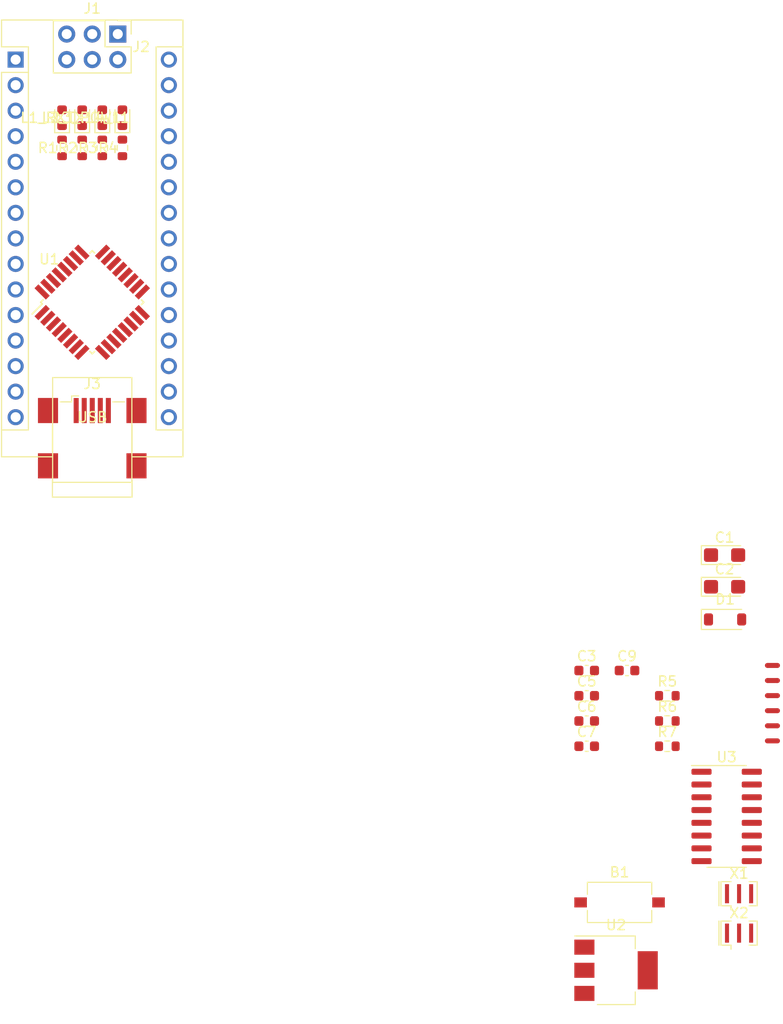
<source format=kicad_pcb>
(kicad_pcb (version 20221018) (generator pcbnew)
  (layers (0 "F.Cu" signal) (31 "B.Cu" signal) (34 "B.Paste" user) (35 "F.Paste" user) (36 "B.SilkS" user "B.Silkscreen") (37 "F.SilkS" user "F.Silkscreen") (38 "B.Mask" user) (39 "F.Mask" user) (44 "Edge.Cuts" user))
  (net 0 "")
  (net 1 "/tx_ch340")
  (net 2 "/pd0")
  (net 3 "/rx_ch340")
  (net 4 "/pd1")
  (net 5 "/pc6")
  (net 6 "+5V")
  (net 7 "+12V")
  (net 8 "Net-(U3-V3)")
  (net 9 "Net-(D1-A)")
  (net 10 "/pd2")
  (net 11 "/pd3")
  (net 12 "/pd4")
  (net 13 "/pd5")
  (net 14 "/pd6")
  (net 15 "/pd7")
  (net 16 "/pb0")
  (net 17 "/pb1")
  (net 18 "/pb2")
  (net 19 "/mosi")
  (net 20 "/miso")
  (net 21 "/pb5")
  (net 22 "+3V3")
  (net 23 "/aref")
  (net 24 "/pc0")
  (net 25 "/pc1")
  (net 26 "/pc2")
  (net 27 "/pc3")
  (net 28 "/adc4")
  (net 29 "/adc5")
  (net 30 "/adc6")
  (net 31 "/adc7")
  (net 35 "/usb_negative")
  (net 36 "/usb_plus")
  (net 37 "/usb_id")
  (net 38 "Net-(L1_RX1-K)")
  (net 39 "Net-(L2_TX1-K)")
  (net 40 "Net-(L3_POW1-A)")
  (net 41 "Net-(L4_L1-A)")
  (net 42 "/d13")
  (net 43 "Net-(U3-TXD)")
  (net 44 "Net-(U3-RXD)")
  (net 45 "/dtr")
  (net 46 "/pb6")
  (net 47 "/pb7")
  (net 48 "/xtal_1")
  (net 49 "/xtal_2")
  (net 50 "/cts")
  (net 51 "/dsr")
  (net 52 "/ri")
  (net 53 "/dcd")
  (net 54 "/rtr")
  (net 55 "/r232")
  (net 56 "/xtal_1_atmega328")
  (net 57 "/xtal_2_atmega328")
  (net 58 "/xtal_1_ch340")
  (net 59 "/xtal_2_ch340")
  (footprint "oomlout_oomp_part_footprints:c6nf100_electronic_capacitor_0603_100_nano_farad" (layer "F.Cu") (at 53.187 42.973)
    (fp_text reference "C9" (at 0 -1.43) (layer "F.SilkS"))
    (fp_text value "c6nf100")
    (fp_line (start -0.14058 -0.51) (end 0.14058 -0.51) (stroke (width 0.12)) (layer "F.SilkS"))
    (fp_line (start -0.14058 0.51) (end 0.14058 0.51) (stroke (width 0.12)) (layer "F.SilkS"))
    (pad "1" smd roundrect (at -0.775 0) (size 0.9 0.95) (layers "F.Cu" "F.Paste" "F.Mask") (net 6 "+5V"))
    (pad "2" smd roundrect (at 0.775 0) (size 0.9 0.95) (layers "F.Cu" "F.Paste" "F.Mask") (net 6 "+5V"))
  )
  (footprint "oomlout_oomp_part_footprints:r6o102_electronic_resistor_0603_1000_ohm" (layer "F.Cu") (at 57.197 50.503)
    (fp_text reference "R7" (at 0 -1.43) (layer "F.SilkS"))
    (fp_text value "r6o102")
    (fp_line (start -0.237258 -0.5225) (end 0.237258 -0.5225) (stroke (width 0.12)) (layer "F.SilkS"))
    (fp_line (start -0.237258 0.5225) (end 0.237258 0.5225) (stroke (width 0.12)) (layer "F.SilkS"))
    (pad "1" smd roundrect (at -0.825 0) (size 0.8 0.95) (layers "F.Cu" "F.Paste" "F.Mask") (net 45 "/dtr"))
    (pad "2" smd roundrect (at 0.825 0) (size 0.8 0.95) (layers "F.Cu" "F.Paste" "F.Mask") (net 6 "+5V"))
  )
  (footprint "oomlout_oomp_part_footprints:l6r_electronic_led_0603_red" (layer "F.Cu") (at 1 -12 90)
    (fp_text reference "L3_POW1" (at 0 -1.43) (layer "F.SilkS"))
    (fp_text value "l6r")
    (fp_line (start -1.485 -0.735) (end -1.485 0.735) (stroke (width 0.12)) (layer "F.SilkS"))
    (fp_line (start -1.485 0.735) (end 0.8 0.735) (stroke (width 0.12)) (layer "F.SilkS"))
    (fp_line (start 0.8 -0.735) (end -1.485 -0.735) (stroke (width 0.12)) (layer "F.SilkS"))
    (pad "1" smd roundrect (at -0.7875 0 90) (size 0.875 0.95) (layers "F.Cu" "F.Paste" "F.Mask") (net 6 "+5V"))
    (pad "2" smd roundrect (at 0.7875 0 90) (size 0.875 0.95) (layers "F.Cu" "F.Paste" "F.Mask") (net 40 "Net-(L3_POW1-A)"))
  )
  (footprint "oomlout_oomp_part_footprints:scumnsmo_electronic_socket_usb_mini_surface_mount_only" (layer "F.Cu") (at 0 19.717)
    (fp_text reference "J3" (at 0 -5.25) (layer "F.SilkS"))
    (fp_text value "scumnsmo")
    (fp_line (start -3.96 1.45) (end -3.96 -1.15) (stroke (width 0.12)) (layer "F.SilkS"))
    (fp_line (start -3.96 4.35) (end -3.96 6.01) (stroke (width 0.12)) (layer "F.SilkS"))
    (fp_line (start -3.96 6.01) (end 3.96 6.01) (stroke (width 0.12)) (layer "F.SilkS"))
    (fp_line (start -3.2 -3.46) (end -2.05 -3.46) (stroke (width 0.12)) (layer "F.SilkS"))
    (fp_line (start -2.05 -4.05) (end -1.35 -4.05) (stroke (width 0.12)) (layer "F.SilkS"))
    (fp_line (start -2.05 -3.46) (end -2.05 -4.05) (stroke (width 0.12)) (layer "F.SilkS"))
    (fp_line (start 2.05 -3.46) (end 3.2 -3.46) (stroke (width 0.12)) (layer "F.SilkS"))
    (fp_line (start 3.96 -1.15) (end 3.96 1.45) (stroke (width 0.12)) (layer "F.SilkS"))
    (fp_line (start 3.96 6.01) (end 3.96 4.35) (stroke (width 0.12)) (layer "F.SilkS"))
    (pad "" np_thru_hole circle (at -2.2 0) (size 0.9 0.9) (drill 0.9) (layers "*.Cu" "*.Mask"))
    (pad "" np_thru_hole circle (at 2.2 0) (size 0.9 0.9) (drill 0.9) (layers "*.Cu" "*.Mask"))
    (pad "1" smd rect (at -1.6 -2.6) (size 0.5 2.5) (layers "F.Cu" "F.Paste" "F.Mask") (net 9 "Net-(D1-A)"))
    (pad "2" smd rect (at -0.8 -2.6) (size 0.5 2.5) (layers "F.Cu" "F.Paste" "F.Mask") (net 35 "/usb_negative"))
    (pad "3" smd rect (at 0 -2.6) (size 0.5 2.5) (layers "F.Cu" "F.Paste" "F.Mask") (net 36 "/usb_plus"))
    (pad "4" smd rect (at 0.8 -2.6) (size 0.5 2.5) (layers "F.Cu" "F.Paste" "F.Mask") (net 37 "/usb_id"))
    (pad "5" smd rect (at 1.6 -2.6) (size 0.5 2.5) (layers "F.Cu" "F.Paste" "F.Mask") (net 6 "+5V"))
    (pad "6" smd rect (at -4.4 -2.6) (size 2 2.5) (layers "F.Cu" "F.Paste" "F.Mask") (net 6 "+5V"))
    (pad "6" smd rect (at -4.4 2.9) (size 2 2.5) (layers "F.Cu" "F.Paste" "F.Mask") (net 6 "+5V"))
    (pad "6" smd rect (at 4.4 -2.6) (size 2 2.5) (layers "F.Cu" "F.Paste" "F.Mask") (net 6 "+5V"))
    (pad "6" smd rect (at 4.4 2.9) (size 2 2.5) (layers "F.Cu" "F.Paste" "F.Mask") (net 6 "+5V"))
  )
  (footprint "oomlout_oomp_part_footprints:xcr3213mhz16_electronic_ceramic_resonator_3213_3_pin_ground_pin_2_16_mega_hertz" (layer "F.Cu") (at 64.332 65.168)
    (fp_text reference "X1" (at 0 -2) (layer "F.SilkS"))
    (fp_text value "xcr3213mhz16")
    (fp_line (start -2 -1.2) (end -2 0.8) (stroke (width 0.12)) (layer "F.SilkS"))
    (fp_line (start -2 0.8) (end -2 1.2) (stroke (width 0.12)) (layer "F.SilkS"))
    (fp_line (start -1.8 -1.2) (end -0.8 -1.2) (stroke (width 0.12)) (layer "F.SilkS"))
    (fp_line (start -1.8 0.8) (end -1.8 -1.2) (stroke (width 0.12)) (layer "F.SilkS"))
    (fp_line (start -1.8 0.8) (end -1.8 1.2) (stroke (width 0.12)) (layer "F.SilkS"))
    (fp_line (start -0.8 1.2) (end -1.8 1.2) (stroke (width 0.12)) (layer "F.SilkS"))
    (fp_line (start -0.8 1.2) (end -0.8 1.6) (stroke (width 0.12)) (layer "F.SilkS"))
    (fp_line (start 1 -1.2) (end 1.8 -1.2) (stroke (width 0.12)) (layer "F.SilkS"))
    (fp_line (start 1.8 -1.2) (end 1.8 0.8) (stroke (width 0.12)) (layer "F.SilkS"))
    (fp_line (start 1.8 0.8) (end 1.8 1.2) (stroke (width 0.12)) (layer "F.SilkS"))
    (fp_line (start 1.8 1.2) (end 1 1.2) (stroke (width 0.12)) (layer "F.SilkS"))
    (pad "1" smd rect (at -1.2 0) (size 0.4 1.9) (layers "F.Cu" "F.Paste" "F.Mask") (net 56 "/xtal_1_atmega328"))
    (pad "2" smd rect (at 0 0) (size 0.4 1.9) (layers "F.Cu" "F.Paste" "F.Mask") (net 6 "+5V"))
    (pad "3" smd rect (at 1.2 0) (size 0.4 1.9) (layers "F.Cu" "F.Paste" "F.Mask") (net 57 "/xtal_2_atmega328"))
  )
  (footprint "oomlout_oomp_part_footprints:l6r_electronic_led_0603_red" (layer "F.Cu") (at -1 -12 90)
    (fp_text reference "L2_TX1" (at 0 -1.43) (layer "F.SilkS"))
    (fp_text value "l6r")
    (fp_line (start -1.485 -0.735) (end -1.485 0.735) (stroke (width 0.12)) (layer "F.SilkS"))
    (fp_line (start -1.485 0.735) (end 0.8 0.735) (stroke (width 0.12)) (layer "F.SilkS"))
    (fp_line (start 0.8 -0.735) (end -1.485 -0.735) (stroke (width 0.12)) (layer "F.SilkS"))
    (pad "1" smd roundrect (at -0.7875 0 90) (size 0.875 0.95) (layers "F.Cu" "F.Paste" "F.Mask") (net 39 "Net-(L2_TX1-K)"))
    (pad "2" smd roundrect (at 0.7875 0 90) (size 0.875 0.95) (layers "F.Cu" "F.Paste" "F.Mask") (net 6 "+5V"))
  )
  (footprint "oomlout_oomp_part_footprints:r6o102_electronic_resistor_0603_1000_ohm" (layer "F.Cu") (at 1 -9 90)
    (fp_text reference "R3" (at 0 -1.43) (layer "F.SilkS"))
    (fp_text value "r6o102")
    (fp_line (start -0.237258 -0.5225) (end 0.237258 -0.5225) (stroke (width 0.12)) (layer "F.SilkS"))
    (fp_line (start -0.237258 0.5225) (end 0.237258 0.5225) (stroke (width 0.12)) (layer "F.SilkS"))
    (pad "1" smd roundrect (at -0.825 0 90) (size 0.8 0.95) (layers "F.Cu" "F.Paste" "F.Mask") (net 40 "Net-(L3_POW1-A)"))
    (pad "2" smd roundrect (at 0.825 0 90) (size 0.8 0.95) (layers "F.Cu" "F.Paste" "F.Mask") (net 6 "+5V"))
  )
  (footprint "oomlout_oomp_part_footprints:nt2_electronic_nettie_2_nets_smd" (layer "F.Cu") (at 67.652 46.968)
    (fp_text reference "nt2" hide)
    (fp_text value "nt2" hide)
    (fp_poly (pts (xy -0.5 -0.25) (xy 0.5 -0.25) (xy 0.5 0.25) (xy -0.5 0.25)) (fill solid) (layer "F.Cu"))
    (pad "1" smd circle (at -0.5 0) (size 0.5 0.5) (layers "F.Cu") (net 2 "/pd0"))
    (pad "2" smd circle (at 0.5 0) (size 0.5 0.5) (layers "F.Cu") (net 1 "/tx_ch340"))
  )
  (footprint "oomlout_oomp_part_footprints:catuf4d716v_electronic_capacitor_3216_avx_a_tantalum_4_7_micro_farad_16_volt" (layer "F.Cu") (at 62.892 31.493)
    (fp_text reference "C1" (at 0 -1.75) (layer "F.SilkS"))
    (fp_text value "catuf4d716v")
    (fp_line (start -2.31 -0.935) (end -2.31 0.935) (stroke (width 0.12)) (layer "F.SilkS"))
    (fp_line (start -2.31 0.935) (end 1.6 0.935) (stroke (width 0.12)) (layer "F.SilkS"))
    (fp_line (start 1.6 -0.935) (end -2.31 -0.935) (stroke (width 0.12)) (layer "F.SilkS"))
    (pad "1" smd roundrect (at -1.35 0) (size 1.4 1.35) (layers "F.Cu" "F.Paste" "F.Mask") (roundrect_rratio 0.185185) (net 7 "+12V"))
    (pad "2" smd roundrect (at 1.35 0) (size 1.4 1.35) (layers "F.Cu" "F.Paste" "F.Mask") (roundrect_rratio 0.185185) (net 6 "+5V"))
  )
  (footprint "oomlout_oomp_part_footprints:isp16ch340g_electronic_ic_sop_16_converter_usb_to_serial_converter_wch_ch340g" (layer "F.Cu") (at 63.097 57.483)
    (fp_text reference "U3" (at 0 -5.9) (layer "F.SilkS"))
    (fp_text value "isp16ch340g")
    (fp_line (start 0 -5.06) (end -3.5 -5.06) (stroke (width 0.12)) (layer "F.SilkS"))
    (fp_line (start 0 -5.06) (end 1.95 -5.06) (stroke (width 0.12)) (layer "F.SilkS"))
    (fp_line (start 0 5.06) (end -1.95 5.06) (stroke (width 0.12)) (layer "F.SilkS"))
    (fp_line (start 0 5.06) (end 1.95 5.06) (stroke (width 0.12)) (layer "F.SilkS"))
    (pad "1" smd roundrect (at -2.5 -4.445) (size 2 0.6) (layers "F.Cu" "F.Paste" "F.Mask") (net 6 "+5V"))
    (pad "2" smd roundrect (at -2.5 -3.175) (size 2 0.6) (layers "F.Cu" "F.Paste" "F.Mask") (net 43 "Net-(U3-TXD)"))
    (pad "3" smd roundrect (at -2.5 -1.905) (size 2 0.6) (layers "F.Cu" "F.Paste" "F.Mask") (net 44 "Net-(U3-RXD)"))
    (pad "4" smd roundrect (at -2.5 -0.635) (size 2 0.6) (layers "F.Cu" "F.Paste" "F.Mask") (net 8 "Net-(U3-V3)"))
    (pad "5" smd roundrect (at -2.5 0.635) (size 2 0.6) (layers "F.Cu" "F.Paste" "F.Mask") (net 36 "/usb_plus"))
    (pad "6" smd roundrect (at -2.5 1.905) (size 2 0.6) (layers "F.Cu" "F.Paste" "F.Mask") (net 35 "/usb_negative"))
    (pad "7" smd roundrect (at -2.5 3.175) (size 2 0.6) (layers "F.Cu" "F.Paste" "F.Mask") (net 48 "/xtal_1"))
    (pad "8" smd roundrect (at -2.5 4.445) (size 2 0.6) (layers "F.Cu" "F.Paste" "F.Mask") (net 49 "/xtal_2"))
    (pad "9" smd roundrect (at 2.5 4.445) (size 2 0.6) (layers "F.Cu" "F.Paste" "F.Mask") (net 50 "/cts"))
    (pad "10" smd roundrect (at 2.5 3.175) (size 2 0.6) (layers "F.Cu" "F.Paste" "F.Mask") (net 51 "/dsr"))
    (pad "11" smd roundrect (at 2.5 1.905) (size 2 0.6) (layers "F.Cu" "F.Paste" "F.Mask") (net 52 "/ri"))
    (pad "12" smd roundrect (at 2.5 0.635) (size 2 0.6) (layers "F.Cu" "F.Paste" "F.Mask") (net 53 "/dcd"))
    (pad "13" smd roundrect (at 2.5 -0.635) (size 2 0.6) (layers "F.Cu" "F.Paste" "F.Mask") (net 45 "/dtr"))
    (pad "14" smd roundrect (at 2.5 -1.905) (size 2 0.6) (layers "F.Cu" "F.Paste" "F.Mask") (net 54 "/rtr"))
    (pad "15" smd roundrect (at 2.5 -3.175) (size 2 0.6) (layers "F.Cu" "F.Paste" "F.Mask") (net 55 "/r232"))
    (pad "16" smd roundrect (at 2.5 -4.445) (size 2 0.6) (layers "F.Cu" "F.Paste" "F.Mask") (net 6 "+5V"))
  )
  (footprint "oomlout_oomp_part_footprints:r6o102_electronic_resistor_0603_1000_ohm" (layer "F.Cu") (at 3 -9 90)
    (fp_text reference "R4" (at 0 -1.43) (layer "F.SilkS"))
    (fp_text value "r6o102")
    (fp_line (start -0.237258 -0.5225) (end 0.237258 -0.5225) (stroke (width 0.12)) (layer "F.SilkS"))
    (fp_line (start -0.237258 0.5225) (end 0.237258 0.5225) (stroke (width 0.12)) (layer "F.SilkS"))
    (pad "1" smd roundrect (at -0.825 0 90) (size 0.8 0.95) (layers "F.Cu" "F.Paste" "F.Mask") (net 41 "Net-(L4_L1-A)"))
    (pad "2" smd roundrect (at 0.825 0 90) (size 0.8 0.95) (layers "F.Cu" "F.Paste" "F.Mask") (net 42 "/d13"))
  )
  (footprint "oomlout_oomp_part_footprints:l6r_electronic_led_0603_red" (layer "F.Cu") (at 3 -12 90)
    (fp_text reference "L4_L1" (at 0 -1.43) (layer "F.SilkS"))
    (fp_text value "l6r")
    (fp_line (start -1.485 -0.735) (end -1.485 0.735) (stroke (width 0.12)) (layer "F.SilkS"))
    (fp_line (start -1.485 0.735) (end 0.8 0.735) (stroke (width 0.12)) (layer "F.SilkS"))
    (fp_line (start 0.8 -0.735) (end -1.485 -0.735) (stroke (width 0.12)) (layer "F.SilkS"))
    (pad "1" smd roundrect (at -0.7875 0 90) (size 0.875 0.95) (layers "F.Cu" "F.Paste" "F.Mask") (net 6 "+5V"))
    (pad "2" smd roundrect (at 0.7875 0 90) (size 0.875 0.95) (layers "F.Cu" "F.Paste" "F.Mask") (net 41 "Net-(L4_L1-A)"))
  )
  (footprint "oomlout_oomp_part_footprints:r6o102_electronic_resistor_0603_1000_ohm" (layer "F.Cu") (at 57.197 45.483)
    (fp_text reference "R5" (at 0 -1.43) (layer "F.SilkS"))
    (fp_text value "r6o102")
    (fp_line (start -0.237258 -0.5225) (end 0.237258 -0.5225) (stroke (width 0.12)) (layer "F.SilkS"))
    (fp_line (start -0.237258 0.5225) (end 0.237258 0.5225) (stroke (width 0.12)) (layer "F.SilkS"))
    (pad "1" smd roundrect (at -0.825 0) (size 0.8 0.95) (layers "F.Cu" "F.Paste" "F.Mask") (net 43 "Net-(U3-TXD)"))
    (pad "2" smd roundrect (at 0.825 0) (size 0.8 0.95) (layers "F.Cu" "F.Paste" "F.Mask") (net 1 "/tx_ch340"))
  )
  (footprint "oomlout_oomp_part_footprints:c6nf100_electronic_capacitor_0603_100_nano_farad" (layer "F.Cu") (at 49.177 47.993)
    (fp_text reference "C6" (at 0 -1.43) (layer "F.SilkS"))
    (fp_text value "c6nf100")
    (fp_line (start -0.14058 -0.51) (end 0.14058 -0.51) (stroke (width 0.12)) (layer "F.SilkS"))
    (fp_line (start -0.14058 0.51) (end 0.14058 0.51) (stroke (width 0.12)) (layer "F.SilkS"))
    (pad "1" smd roundrect (at -0.775 0) (size 0.9 0.95) (layers "F.Cu" "F.Paste" "F.Mask") (net 6 "+5V"))
    (pad "2" smd roundrect (at 0.775 0) (size 0.9 0.95) (layers "F.Cu" "F.Paste" "F.Mask") (net 6 "+5V"))
  )
  (footprint "oomlout_oomp_part_footprints:c6nf100_electronic_capacitor_0603_100_nano_farad" (layer "F.Cu") (at 49.177 50.503)
    (fp_text reference "C7" (at 0 -1.43) (layer "F.SilkS"))
    (fp_text value "c6nf100")
    (fp_line (start -0.14058 -0.51) (end 0.14058 -0.51) (stroke (width 0.12)) (layer "F.SilkS"))
    (fp_line (start -0.14058 0.51) (end 0.14058 0.51) (stroke (width 0.12)) (layer "F.SilkS"))
    (pad "1" smd roundrect (at -0.775 0) (size 0.9 0.95) (layers "F.Cu" "F.Paste" "F.Mask") (net 7 "+12V"))
    (pad "2" smd roundrect (at 0.775 0) (size 0.9 0.95) (layers "F.Cu" "F.Paste" "F.Mask") (net 6 "+5V"))
  )
  (footprint "oomlout_oomp_part_footprints:nt2_electronic_nettie_2_nets_smd" (layer "F.Cu") (at 67.652 49.968)
    (fp_text reference "nt6" hide)
    (fp_text value "nt2" hide)
    (fp_poly (pts (xy -0.5 -0.25) (xy 0.5 -0.25) (xy 0.5 0.25) (xy -0.5 0.25)) (fill solid) (layer "F.Cu"))
    (pad "1" smd circle (at -0.5 0) (size 0.5 0.5) (layers "F.Cu") (net 2 "/pd0"))
    (pad "2" smd circle (at 0.5 0) (size 0.5 0.5) (layers "F.Cu") (net 2 "/pd0"))
  )
  (footprint "oomlout_oomp_part_footprints:dssod123pmb2_electronic_diode_schottky_sod_123_package_marking_b2_mbr0520" (layer "F.Cu") (at 62.942 37.893)
    (fp_text reference "D1" (at 0 -2) (layer "F.SilkS"))
    (fp_text value "dssod123pmb2")
    (fp_line (start -2.36 -1) (end -2.36 1) (stroke (width 0.12)) (layer "F.SilkS"))
    (fp_line (start -2.36 -1) (end 1.65 -1) (stroke (width 0.12)) (layer "F.SilkS"))
    (fp_line (start -2.36 1) (end 1.65 1) (stroke (width 0.12)) (layer "F.SilkS"))
    (pad "1" smd roundrect (at -1.65 0) (size 0.9 1.2) (layers "F.Cu" "F.Paste" "F.Mask") (net 6 "+5V"))
    (pad "2" smd roundrect (at 1.65 0) (size 0.9 1.2) (layers "F.Cu" "F.Paste" "F.Mask") (net 9 "Net-(D1-A)"))
  )
  (footprint "oomlout_oomp_part_footprints:nt2_electronic_nettie_2_nets_smd" (layer "F.Cu") (at 67.652 42.468)
    (fp_text reference "1111" hide)
    (fp_text value "nt2" hide)
    (fp_poly (pts (xy -0.5 -0.25) (xy 0.5 -0.25) (xy 0.5 0.25) (xy -0.5 0.25)) (fill solid) (layer "F.Cu"))
    (pad "1" smd circle (at -0.5 0) (size 0.5 0.5) (layers "F.Cu") (net 1 "/tx_ch340"))
    (pad "2" smd circle (at 0.5 0) (size 0.5 0.5) (layers "F.Cu") (net 2 "/pd0"))
  )
  (footprint "oomlout_oomp_part_footprints:l6r_electronic_led_0603_red" (layer "F.Cu") (at -3 -12 90)
    (fp_text reference "L1_RX1" (at 0 -1.43) (layer "F.SilkS"))
    (fp_text value "l6r")
    (fp_line (start -1.485 -0.735) (end -1.485 0.735) (stroke (width 0.12)) (layer "F.SilkS"))
    (fp_line (start -1.485 0.735) (end 0.8 0.735) (stroke (width 0.12)) (layer "F.SilkS"))
    (fp_line (start 0.8 -0.735) (end -1.485 -0.735) (stroke (width 0.12)) (layer "F.SilkS"))
    (pad "1" smd roundrect (at -0.7875 0 90) (size 0.875 0.95) (layers "F.Cu" "F.Paste" "F.Mask") (net 38 "Net-(L1_RX1-K)"))
    (pad "2" smd roundrect (at 0.7875 0 90) (size 0.875 0.95) (layers "F.Cu" "F.Paste" "F.Mask") (net 6 "+5V"))
  )
  (footprint "oomlout_oomp_part_footprints:catuf4d716v_electronic_capacitor_3216_avx_a_tantalum_4_7_micro_farad_16_volt" (layer "F.Cu") (at 62.892 34.643)
    (fp_text reference "C2" (at 0 -1.75) (layer "F.SilkS"))
    (fp_text value "catuf4d716v")
    (fp_line (start -2.31 -0.935) (end -2.31 0.935) (stroke (width 0.12)) (layer "F.SilkS"))
    (fp_line (start -2.31 0.935) (end 1.6 0.935) (stroke (width 0.12)) (layer "F.SilkS"))
    (fp_line (start 1.6 -0.935) (end -2.31 -0.935) (stroke (width 0.12)) (layer "F.SilkS"))
    (pad "1" smd roundrect (at -1.35 0) (size 1.4 1.35) (layers "F.Cu" "F.Paste" "F.Mask") (roundrect_rratio 0.185185) (net 6 "+5V"))
    (pad "2" smd roundrect (at 1.35 0) (size 1.4 1.35) (layers "F.Cu" "F.Paste" "F.Mask") (roundrect_rratio 0.185185) (net 6 "+5V"))
  )
  (footprint "oomlout_oomp_part_footprints:r6o102_electronic_resistor_0603_1000_ohm" (layer "F.Cu") (at -3 -9 90)
    (fp_text reference "R1" (at 0 -1.43) (layer "F.SilkS"))
    (fp_text value "r6o102")
    (fp_line (start -0.237258 -0.5225) (end 0.237258 -0.5225) (stroke (width 0.12)) (layer "F.SilkS"))
    (fp_line (start -0.237258 0.5225) (end 0.237258 0.5225) (stroke (width 0.12)) (layer "F.SilkS"))
    (pad "1" smd roundrect (at -0.825 0 90) (size 0.8 0.95) (layers "F.Cu" "F.Paste" "F.Mask") (net 38 "Net-(L1_RX1-K)"))
    (pad "2" smd roundrect (at 0.825 0 90) (size 0.8 0.95) (layers "F.Cu" "F.Paste" "F.Mask") (net 2 "/pd0"))
  )
  (footprint "oomlout_oomp_part_footprints:xcr3213mhz12_electronic_ceramic_resonator_3213_3_pin_ground_pin_2_12_mega_hertz" (layer "F.Cu") (at 64.332 69.088)
    (fp_text reference "X2" (at 0 -2) (layer "F.SilkS"))
    (fp_text value "xcr3213mhz12")
    (fp_line (start -2 -1.2) (end -2 0.8) (stroke (width 0.12)) (layer "F.SilkS"))
    (fp_line (start -2 0.8) (end -2 1.2) (stroke (width 0.12)) (layer "F.SilkS"))
    (fp_line (start -1.8 -1.2) (end -0.8 -1.2) (stroke (width 0.12)) (layer "F.SilkS"))
    (fp_line (start -1.8 0.8) (end -1.8 -1.2) (stroke (width 0.12)) (layer "F.SilkS"))
    (fp_line (start -1.8 0.8) (end -1.8 1.2) (stroke (width 0.12)) (layer "F.SilkS"))
    (fp_line (start -0.8 1.2) (end -1.8 1.2) (stroke (width 0.12)) (layer "F.SilkS"))
    (fp_line (start -0.8 1.2) (end -0.8 1.6) (stroke (width 0.12)) (layer "F.SilkS"))
    (fp_line (start 1 -1.2) (end 1.8 -1.2) (stroke (width 0.12)) (layer "F.SilkS"))
    (fp_line (start 1.8 -1.2) (end 1.8 0.8) (stroke (width 0.12)) (layer "F.SilkS"))
    (fp_line (start 1.8 0.8) (end 1.8 1.2) (stroke (width 0.12)) (layer "F.SilkS"))
    (fp_line (start 1.8 1.2) (end 1 1.2) (stroke (width 0.12)) (layer "F.SilkS"))
    (pad "1" smd rect (at -1.2 0) (size 0.4 1.9) (layers "F.Cu" "F.Paste" "F.Mask") (net 58 "/xtal_1_ch340"))
    (pad "2" smd rect (at 0 0) (size 0.4 1.9) (layers "F.Cu" "F.Paste" "F.Mask") (net 6 "+5V"))
    (pad "3" smd rect (at 1.2 0) (size 0.4 1.9) (layers "F.Cu" "F.Paste" "F.Mask") (net 59 "/xtal_2_ch340"))
  )
  (footprint "oomlout_oomp_part_footprints:r6o102_electronic_resistor_0603_1000_ohm" (layer "F.Cu") (at -1 -9 90)
    (fp_text reference "R2" (at 0 -1.43) (layer "F.SilkS"))
    (fp_text value "r6o102")
    (fp_line (start -0.237258 -0.5225) (end 0.237258 -0.5225) (stroke (width 0.12)) (layer "F.SilkS"))
    (fp_line (start -0.237258 0.5225) (end 0.237258 0.5225) (stroke (width 0.12)) (layer "F.SilkS"))
    (pad "1" smd roundrect (at -0.825 0 90) (size 0.8 0.95) (layers "F.Cu" "F.Paste" "F.Mask") (net 39 "Net-(L2_TX1-K)"))
    (pad "2" smd roundrect (at 0.825 0 90) (size 0.8 0.95) (layers "F.Cu" "F.Paste" "F.Mask") (net 4 "/pd1"))
  )
  (footprint "oomlout_oomp_part_footprints:hi12x3p_electronic_header_2d54_mm_dual_row_2x3_dual_row_6_pin" (layer "F.Cu") (at 2.54 -20.32 -90)
    (fp_text reference "J2" (at 1.27 -2.33) (layer "F.SilkS"))
    (fp_text value "hi12x3p")
    (fp_line (start -1.33 -1.33) (end 0 -1.33) (stroke (width 0.12)) (layer "F.SilkS"))
    (fp_line (start -1.33 0) (end -1.33 -1.33) (stroke (width 0.12)) (layer "F.SilkS"))
    (fp_line (start -1.33 1.27) (end -1.33 6.41) (stroke (width 0.12)) (layer "F.SilkS"))
    (fp_line (start -1.33 1.27) (end 1.27 1.27) (stroke (width 0.12)) (layer "F.SilkS"))
    (fp_line (start -1.33 6.41) (end 3.87 6.41) (stroke (width 0.12)) (layer "F.SilkS"))
    (fp_line (start 1.27 -1.33) (end 3.87 -1.33) (stroke (width 0.12)) (layer "F.SilkS"))
    (fp_line (start 1.27 1.27) (end 1.27 -1.33) (stroke (width 0.12)) (layer "F.SilkS"))
    (fp_line (start 3.87 -1.33) (end 3.87 6.41) (stroke (width 0.12)) (layer "F.SilkS"))
    (pad "1" thru_hole rect (at 0 0 270) (size 1.7 1.7) (drill 1) (layers "*.Cu" "*.Mask"))
    (pad "2" thru_hole oval (at 2.54 0 270) (size 1.7 1.7) (drill 1) (layers "*.Cu" "*.Mask") (net 6 "+5V"))
    (pad "3" thru_hole oval (at 0 2.54 270) (size 1.7 1.7) (drill 1) (layers "*.Cu" "*.Mask"))
    (pad "4" thru_hole oval (at 2.54 2.54 270) (size 1.7 1.7) (drill 1) (layers "*.Cu" "*.Mask") (net 19 "/mosi"))
    (pad "5" thru_hole oval (at 0 5.08 270) (size 1.7 1.7) (drill 1) (layers "*.Cu" "*.Mask"))
    (pad "6" thru_hole oval (at 2.54 5.08 270) (size 1.7 1.7) (drill 1) (layers "*.Cu" "*.Mask") (net 6 "+5V"))
  )
  (footprint "oomlout_oomp_part_footprints:b3560s_electronic_button_3_5_mm_x_6_mm_x_2_5_mm_surface_mount" (layer "F.Cu") (at 52.447 66.033)
    (fp_text reference "B1" (at 0 -3 unlocked) (layer "F.SilkS"))
    (fp_text value "b3560s")
    (fp_line (start -3.2 -2) (end -3.2 -0.8) (stroke (width 0.12)) (layer "F.SilkS"))
    (fp_line (start -3.2 0.8) (end -3.2 2) (stroke (width 0.12)) (layer "F.SilkS"))
    (fp_line (start -3.2 2) (end 3.2 2) (stroke (width 0.12)) (layer "F.SilkS"))
    (fp_line (start 3.2 -2) (end -3.2 -2) (stroke (width 0.12)) (layer "F.SilkS"))
    (fp_line (start 3.2 -0.8) (end 3.2 -2) (stroke (width 0.12)) (layer "F.SilkS"))
    (fp_line (start 3.2 2) (end 3.2 0.8) (stroke (width 0.12)) (layer "F.SilkS"))
    (pad "1" smd rect (at -3.875 0) (size 1.25 1) (layers "F.Cu" "F.Paste" "F.Mask") (net 5 "/pc6"))
    (pad "2" smd rect (at 3.875 0) (size 1.25 1) (layers "F.Cu" "F.Paste" "F.Mask") (net 6 "+5V"))
  )
  (footprint "oomlout_oomp_part_footprints:itq32at328_electronic_ic_tqfp_32_mcu_atmega328_microchip_atmega328p_aur" (layer "F.Cu") (at 0 6.35 45)
    (fp_text reference "U1" (at 0 -6.05) (layer "F.SilkS"))
    (fp_text value "itq32at328")
    (fp_line (start -3.625 -3.625) (end -3.625 -3.4) (stroke (width 0.15)) (layer "F.SilkS"))
    (fp_line (start -3.625 -3.625) (end -3.3 -3.625) (stroke (width 0.15)) (layer "F.SilkS"))
    (fp_line (start -3.625 -3.4) (end -5.05 -3.4) (stroke (width 0.15)) (layer "F.SilkS"))
    (fp_line (start -3.625 3.625) (end -3.625 3.3) (stroke (width 0.15)) (layer "F.SilkS"))
    (fp_line (start -3.625 3.625) (end -3.3 3.625) (stroke (width 0.15)) (layer "F.SilkS"))
    (fp_line (start 3.625 -3.625) (end 3.3 -3.625) (stroke (width 0.15)) (layer "F.SilkS"))
    (fp_line (start 3.625 -3.625) (end 3.625 -3.3) (stroke (width 0.15)) (layer "F.SilkS"))
    (fp_line (start 3.625 3.625) (end 3.3 3.625) (stroke (width 0.15)) (layer "F.SilkS"))
    (fp_line (start 3.625 3.625) (end 3.625 3.3) (stroke (width 0.15)) (layer "F.SilkS"))
    (pad "1" smd rect (at -4.25 -2.8 45) (size 1.6 0.55) (layers "F.Cu" "F.Paste" "F.Mask") (net 11 "/pd3"))
    (pad "2" smd rect (at -4.25 -2 45) (size 1.6 0.55) (layers "F.Cu" "F.Paste" "F.Mask") (net 12 "/pd4"))
    (pad "3" smd rect (at -4.25 -1.2 45) (size 1.6 0.55) (layers "F.Cu" "F.Paste" "F.Mask") (net 6 "+5V"))
    (pad "4" smd rect (at -4.25 -0.4 45) (size 1.6 0.55) (layers "F.Cu" "F.Paste" "F.Mask") (net 6 "+5V"))
    (pad "5" smd rect (at -4.25 0.4 45) (size 1.6 0.55) (layers "F.Cu" "F.Paste" "F.Mask") (net 6 "+5V"))
    (pad "6" smd rect (at -4.25 1.2 45) (size 1.6 0.55) (layers "F.Cu" "F.Paste" "F.Mask") (net 6 "+5V"))
    (pad "7" smd rect (at -4.25 2 45) (size 1.6 0.55) (layers "F.Cu" "F.Paste" "F.Mask") (net 46 "/pb6"))
    (pad "8" smd rect (at -4.25 2.8 45) (size 1.6 0.55) (layers "F.Cu" "F.Paste" "F.Mask") (net 47 "/pb7"))
    (pad "9" smd rect (at -2.8 4.25 135) (size 1.6 0.55) (layers "F.Cu" "F.Paste" "F.Mask") (net 13 "/pd5"))
    (pad "10" smd rect (at -2 4.25 135) (size 1.6 0.55) (layers "F.Cu" "F.Paste" "F.Mask") (net 14 "/pd6"))
    (pad "11" smd rect (at -1.2 4.25 135) (size 1.6 0.55) (layers "F.Cu" "F.Paste" "F.Mask") (net 15 "/pd7"))
    (pad "12" smd rect (at -0.4 4.25 135) (size 1.6 0.55) (layers "F.Cu" "F.Paste" "F.Mask") (net 16 "/pb0"))
    (pad "13" smd rect (at 0.4 4.25 135) (size 1.6 0.55) (layers "F.Cu" "F.Paste" "F.Mask") (net 17 "/pb1"))
    (pad "14" smd rect (at 1.2 4.25 135) (size 1.6 0.55) (layers "F.Cu" "F.Paste" "F.Mask") (net 18 "/pb2"))
    (pad "15" smd rect (at 2 4.25 135) (size 1.6 0.55) (layers "F.Cu" "F.Paste" "F.Mask") (net 19 "/mosi"))
    (pad "16" smd rect (at 2.8 4.25 135) (size 1.6 0.55) (layers "F.Cu" "F.Paste" "F.Mask") (net 20 "/miso"))
    (pad "17" smd rect (at 4.25 2.8 45) (size 1.6 0.55) (layers "F.Cu" "F.Paste" "F.Mask") (net 21 "/pb5"))
    (pad "18" smd rect (at 4.25 2 45) (size 1.6 0.55) (layers "F.Cu" "F.Paste" "F.Mask") (net 6 "+5V"))
    (pad "19" smd rect (at 4.25 1.2 45) (size 1.6 0.55) (layers "F.Cu" "F.Paste" "F.Mask") (net 30 "/adc6"))
    (pad "20" smd rect (at 4.25 0.4 45) (size 1.6 0.55) (layers "F.Cu" "F.Paste" "F.Mask") (net 23 "/aref"))
    (pad "21" smd rect (at 4.25 -0.4 45) (size 1.6 0.55) (layers "F.Cu" "F.Paste" "F.Mask") (net 6 "+5V"))
    (pad "22" smd rect (at 4.25 -1.2 45) (size 1.6 0.55) (layers "F.Cu" "F.Paste" "F.Mask") (net 31 "/adc7"))
    (pad "23" smd rect (at 4.25 -2 45) (size 1.6 0.55) (layers "F.Cu" "F.Paste" "F.Mask") (net 24 "/pc0"))
    (pad "24" smd rect (at 4.25 -2.8 45) (size 1.6 0.55) (layers "F.Cu" "F.Paste" "F.Mask") (net 25 "/pc1"))
    (pad "25" smd rect (at 2.8 -4.25 135) (size 1.6 0.55) (layers "F.Cu" "F.Paste" "F.Mask") (net 26 "/pc2"))
    (pad "26" smd rect (at 2 -4.25 135) (size 1.6 0.55) (layers "F.Cu" "F.Paste" "F.Mask") (net 27 "/pc3"))
    (pad "27" smd rect (at 1.2 -4.25 135) (size 1.6 0.55) (layers "F.Cu" "F.Paste" "F.Mask") (net 28 "/adc4"))
    (pad "28" smd rect (at 0.4 -4.25 135) (size 1.6 0.55) (layers "F.Cu" "F.Paste" "F.Mask") (net 29 "/adc5"))
    (pad "29" smd rect (at -0.4 -4.25 135) (size 1.6 0.55) (layers "F.Cu" "F.Paste" "F.Mask") (net 5 "/pc6"))
    (pad "30" smd rect (at -1.2 -4.25 135) (size 1.6 0.55) (layers "F.Cu" "F.Paste" "F.Mask") (net 2 "/pd0"))
    (pad "31" smd rect (at -2 -4.25 135) (size 1.6 0.55) (layers "F.Cu" "F.Paste" "F.Mask") (net 4 "/pd1"))
    (pad "32" smd rect (at -2.8 -4.25 135) (size 1.6 0.55) (layers "F.Cu" "F.Paste" "F.Mask") (net 10 "/pd2"))
  )
  (footprint "oomlout_oomp_part_footprints:nt2_electronic_nettie_2_nets_smd" (layer "F.Cu") (at 67.652 43.968)
    (fp_text reference "11111" hide)
    (fp_text value "nt2" hide)
    (fp_poly (pts (xy -0.5 -0.25) (xy 0.5 -0.25) (xy 0.5 0.25) (xy -0.5 0.25)) (fill solid) (layer "F.Cu"))
    (pad "1" smd circle (at -0.5 0) (size 0.5 0.5) (layers "F.Cu") (net 3 "/rx_ch340"))
    (pad "2" smd circle (at 0.5 0) (size 0.5 0.5) (layers "F.Cu") (net 4 "/pd1"))
  )
  (footprint "oomlout_oomp_part_footprints:pms22311171d5v_electronic_pmic_sot_223_linear_1117_1_5_volt" (layer "F.Cu") (at 52.097 72.783)
    (fp_text reference "U2" (at 0 -4.5) (layer "F.SilkS"))
    (fp_text value "pms22311171d5v")
    (fp_line (start -4.1 -3.41) (end 1.91 -3.41) (stroke (width 0.12)) (layer "F.SilkS"))
    (fp_line (start -1.85 3.41) (end 1.91 3.41) (stroke (width 0.12)) (layer "F.SilkS"))
    (fp_line (start 1.91 -3.41) (end 1.91 -2.15) (stroke (width 0.12)) (layer "F.SilkS"))
    (fp_line (start 1.91 3.41) (end 1.91 2.15) (stroke (width 0.12)) (layer "F.SilkS"))
    (pad "1" smd rect (at -3.15 -2.3) (size 2 1.5) (layers "F.Cu" "F.Paste" "F.Mask") (net 6 "+5V"))
    (pad "2" smd rect (at -3.15 0) (size 2 1.5) (layers "F.Cu" "F.Paste" "F.Mask") (net 6 "+5V"))
    (pad "3" smd rect (at -3.15 2.3) (size 2 1.5) (layers "F.Cu" "F.Paste" "F.Mask") (net 7 "+12V"))
    (pad "4" smd rect (at 3.15 0) (size 2 3.8) (layers "F.Cu" "F.Paste" "F.Mask"))
  )
  (footprint "oomlout_oomp_part_footprints:nt2_electronic_nettie_2_nets_smd" (layer "F.Cu") (at 67.652 48.468)
    (fp_text reference "nt5" hide)
    (fp_text value "nt2" hide)
    (fp_poly (pts (xy -0.5 -0.25) (xy 0.5 -0.25) (xy 0.5 0.25) (xy -0.5 0.25)) (fill solid) (layer "F.Cu"))
    (pad "1" smd circle (at -0.5 0) (size 0.5 0.5) (layers "F.Cu") (net 4 "/pd1"))
    (pad "2" smd circle (at 0.5 0) (size 0.5 0.5) (layers "F.Cu") (net 4 "/pd1"))
  )
  (footprint "oomlout_oomp_part_footprints:nt2_electronic_nettie_2_nets_smd" (layer "F.Cu") (at 67.652 45.468)
    (fp_text reference "nt1" hide)
    (fp_text value "nt2" hide)
    (fp_poly (pts (xy -0.5 -0.25) (xy 0.5 -0.25) (xy 0.5 0.25) (xy -0.5 0.25)) (fill solid) (layer "F.Cu"))
    (pad "1" smd circle (at -0.5 0) (size 0.5 0.5) (layers "F.Cu") (net 4 "/pd1"))
    (pad "2" smd circle (at 0.5 0) (size 0.5 0.5) (layers "F.Cu") (net 3 "/rx_ch340"))
  )
  (footprint "oomlout_oomp_part_footprints:c6nf100_electronic_capacitor_0603_100_nano_farad" (layer "F.Cu") (at 49.177 45.483)
    (fp_text reference "C5" (at 0 -1.43) (layer "F.SilkS"))
    (fp_text value "c6nf100")
    (fp_line (start -0.14058 -0.51) (end 0.14058 -0.51) (stroke (width 0.12)) (layer "F.SilkS"))
    (fp_line (start -0.14058 0.51) (end 0.14058 0.51) (stroke (width 0.12)) (layer "F.SilkS"))
    (pad "1" smd roundrect (at -0.775 0) (size 0.9 0.95) (layers "F.Cu" "F.Paste" "F.Mask") (net 6 "+5V"))
    (pad "2" smd roundrect (at 0.775 0) (size 0.9 0.95) (layers "F.Cu" "F.Paste" "F.Mask") (net 5 "/pc6"))
  )
  (footprint "oomlout_oomp_part_footprints:r6o102_electronic_resistor_0603_1000_ohm" (layer "F.Cu") (at 57.197 47.993)
    (fp_text reference "R6" (at 0 -1.43) (layer "F.SilkS"))
    (fp_text value "r6o102")
    (fp_line (start -0.237258 -0.5225) (end 0.237258 -0.5225) (stroke (width 0.12)) (layer "F.SilkS"))
    (fp_line (start -0.237258 0.5225) (end 0.237258 0.5225) (stroke (width 0.12)) (layer "F.SilkS"))
    (pad "1" smd roundrect (at -0.825 0) (size 0.8 0.95) (layers "F.Cu" "F.Paste" "F.Mask") (net 44 "Net-(U3-RXD)"))
    (pad "2" smd roundrect (at 0.825 0) (size 0.8 0.95) (layers "F.Cu" "F.Paste" "F.Mask") (net 3 "/rx_ch340"))
  )
  (footprint "oomlout_oomp_part_footprints:bbat328_electronic_breakout_board_mcu_atmega328_shennie" (layer "F.Cu") (at -7.62 -17.78)
    (fp_text reference "J1" (at 7.62 -5.08) (layer "F.SilkS"))
    (fp_text value "bbat328")
    (fp_text user "USB" (at 7.62 35.56 unlocked) (layer "F.SilkS"))
    (fp_line (start -1.4 -3.94) (end -1.4 -1.27) (stroke (width 0.12)) (layer "F.SilkS"))
    (fp_line (start -1.4 1.27) (end -1.4 39.5) (stroke (width 0.12)) (layer "F.SilkS"))
    (fp_line (start -1.4 39.5) (end 3.68 39.5) (stroke (width 0.12)) (layer "F.SilkS"))
    (fp_line (start 1.27 -1.27) (end -1.4 -1.27) (stroke (width 0.12)) (layer "F.SilkS"))
    (fp_line (start 1.27 1.27) (end -1.4 1.27) (stroke (width 0.12)) (layer "F.SilkS"))
    (fp_line (start 1.27 1.27) (end 1.27 -1.27) (stroke (width 0.12)) (layer "F.SilkS"))
    (fp_line (start 1.27 1.27) (end 1.27 36.83) (stroke (width 0.12)) (layer "F.SilkS"))
    (fp_line (start 1.27 36.83) (end -1.4 36.83) (stroke (width 0.12)) (layer "F.SilkS"))
    (fp_line (start 3.68 31.62) (end 11.56 31.62) (stroke (width 0.12)) (layer "F.SilkS"))
    (fp_line (start 3.68 42.04) (end 3.68 31.62) (stroke (width 0.12)) (layer "F.SilkS"))
    (fp_line (start 11.56 31.62) (end 11.56 42.04) (stroke (width 0.12)) (layer "F.SilkS"))
    (fp_line (start 11.56 42.04) (end 3.68 42.04) (stroke (width 0.12)) (layer "F.SilkS"))
    (fp_line (start 13.97 -1.27) (end 13.97 36.83) (stroke (width 0.12)) (layer "F.SilkS"))
    (fp_line (start 13.97 -1.27) (end 16.64 -1.27) (stroke (width 0.12)) (layer "F.SilkS"))
    (fp_line (start 13.97 36.83) (end 16.64 36.83) (stroke (width 0.12)) (layer "F.SilkS"))
    (fp_line (start 16.64 -3.94) (end -1.4 -3.94) (stroke (width 0.12)) (layer "F.SilkS"))
    (fp_line (start 16.64 39.5) (end 11.56 39.5) (stroke (width 0.12)) (layer "F.SilkS"))
    (fp_line (start 16.64 39.5) (end 16.64 -3.94) (stroke (width 0.12)) (layer "F.SilkS"))
    (pad "" np_thru_hole circle (at 0 -2.54) (size 1.78 1.78) (drill 1.78) (layers "*.Cu" "*.Mask"))
    (pad "" np_thru_hole circle (at 0 38.1) (size 1.78 1.78) (drill 1.78) (layers "*.Cu" "*.Mask"))
    (pad "" np_thru_hole circle (at 15.24 -2.54) (size 1.78 1.78) (drill 1.78) (layers "*.Cu" "*.Mask"))
    (pad "" np_thru_hole circle (at 15.24 38.1) (size 1.78 1.78) (drill 1.78) (layers "*.Cu" "*.Mask"))
    (pad "1" thru_hole rect (at 0 0) (size 1.6 1.6) (drill 1) (layers "*.Cu" "*.Mask") (net 4 "/pd1"))
    (pad "2" thru_hole oval (at 0 2.54) (size 1.6 1.6) (drill 1) (layers "*.Cu" "*.Mask") (net 2 "/pd0"))
    (pad "3" thru_hole oval (at 0 5.08) (size 1.6 1.6) (drill 1) (layers "*.Cu" "*.Mask") (net 5 "/pc6"))
    (pad "4" thru_hole oval (at 0 7.62) (size 1.6 1.6) (drill 1) (layers "*.Cu" "*.Mask") (net 6 "+5V"))
    (pad "5" thru_hole oval (at 0 10.16) (size 1.6 1.6) (drill 1) (layers "*.Cu" "*.Mask") (net 10 "/pd2"))
    (pad "6" thru_hole oval (at 0 12.7) (size 1.6 1.6) (drill 1) (layers "*.Cu" "*.Mask") (net 11 "/pd3"))
    (pad "7" thru_hole oval (at 0 15.24) (size 1.6 1.6) (drill 1) (layers "*.Cu" "*.Mask") (net 12 "/pd4"))
    (pad "8" thru_hole oval (at 0 17.78) (size 1.6 1.6) (drill 1) (layers "*.Cu" "*.Mask") (net 13 "/pd5"))
    (pad "9" thru_hole oval (at 0 20.32) (size 1.6 1.6) (drill 1) (layers "*.Cu" "*.Mask") (net 14 "/pd6"))
    (pad "10" thru_hole oval (at 0 22.86) (size 1.6 1.6) (drill 1) (layers "*.Cu" "*.Mask") (net 15 "/pd7"))
    (pad "11" thru_hole oval (at 0 25.4) (size 1.6 1.6) (drill 1) (layers "*.Cu" "*.Mask") (net 16 "/pb0"))
    (pad "12" thru_hole oval (at 0 27.94) (size 1.6 1.6) (drill 1) (layers "*.Cu" "*.Mask") (net 17 "/pb1"))
    (pad "13" thru_hole oval (at 0 30.48) (size 1.6 1.6) (drill 1) (layers "*.Cu" "*.Mask") (net 18 "/pb2"))
    (pad "14" thru_hole oval (at 0 33.02) (size 1.6 1.6) (drill 1) (layers "*.Cu" "*.Mask") (net 19 "/mosi"))
    (pad "15" thru_hole oval (at 0 35.56) (size 1.6 1.6) (drill 1) (layers "*.Cu" "*.Mask") (net 20 "/miso"))
    (pad "16" thru_hole oval (at 15.24 35.56) (size 1.6 1.6) (drill 1) (layers "*.Cu" "*.Mask") (net 21 "/pb5"))
    (pad "17" thru_hole oval (at 15.24 33.02) (size 1.6 1.6) (drill 1) (layers "*.Cu" "*.Mask") (net 22 "+3V3"))
    (pad "18" thru_hole oval (at 15.24 30.48) (size 1.6 1.6) (drill 1) (layers "*.Cu" "*.Mask") (net 23 "/aref"))
    (pad "19" thru_hole oval (at 15.24 27.94) (size 1.6 1.6) (drill 1) (layers "*.Cu" "*.Mask") (net 24 "/pc0"))
    (pad "20" thru_hole oval (at 15.24 25.4) (size 1.6 1.6) (drill 1) (layers "*.Cu" "*.Mask") (net 25 "/pc1"))
    (pad "21" thru_hole oval (at 15.24 22.86) (size 1.6 1.6) (drill 1) (layers "*.Cu" "*.Mask") (net 26 "/pc2"))
    (pad "22" thru_hole oval (at 15.24 20.32) (size 1.6 1.6) (drill 1) (layers "*.Cu" "*.Mask") (net 27 "/pc3"))
    (pad "23" thru_hole oval (at 15.24 17.78) (size 1.6 1.6) (drill 1) (layers "*.Cu" "*.Mask") (net 28 "/adc4"))
    (pad "24" thru_hole oval (at 15.24 15.24) (size 1.6 1.6) (drill 1) (layers "*.Cu" "*.Mask") (net 29 "/adc5"))
    (pad "25" thru_hole oval (at 15.24 12.7) (size 1.6 1.6) (drill 1) (layers "*.Cu" "*.Mask") (net 30 "/adc6"))
    (pad "26" thru_hole oval (at 15.24 10.16) (size 1.6 1.6) (drill 1) (layers "*.Cu" "*.Mask") (net 31 "/adc7"))
    (pad "27" thru_hole oval (at 15.24 7.62) (size 1.6 1.6) (drill 1) (layers "*.Cu" "*.Mask") (net 6 "+5V"))
    (pad "28" thru_hole oval (at 15.24 5.08) (size 1.6 1.6) (drill 1) (layers "*.Cu" "*.Mask") (net 5 "/pc6"))
    (pad "29" thru_hole oval (at 15.24 2.54) (size 1.6 1.6) (drill 1) (layers "*.Cu" "*.Mask") (net 6 "+5V"))
    (pad "30" thru_hole oval (at 15.24 0) (size 1.6 1.6) (drill 1) (layers "*.Cu" "*.Mask") (net 7 "+12V"))
  )
  (footprint "oomlout_oomp_part_footprints:c6nf10_electronic_capacitor_0603_10_nano_farad" (layer "F.Cu") (at 49.177 42.973)
    (fp_text reference "C3" (at 0 -1.43) (layer "F.SilkS"))
    (fp_text value "c6nf10")
    (fp_line (start -0.14058 -0.51) (end 0.14058 -0.51) (stroke (width 0.12)) (layer "F.SilkS"))
    (fp_line (start -0.14058 0.51) (end 0.14058 0.51) (stroke (width 0.12)) (layer "F.SilkS"))
    (pad "1" smd roundrect (at -0.775 0) (size 0.9 0.95) (layers "F.Cu" "F.Paste" "F.Mask") (net 8 "Net-(U3-V3)"))
    (pad "2" smd roundrect (at 0.775 0) (size 0.9 0.95) (layers "F.Cu" "F.Paste" "F.Mask") (net 6 "+5V"))
  )
)
</source>
